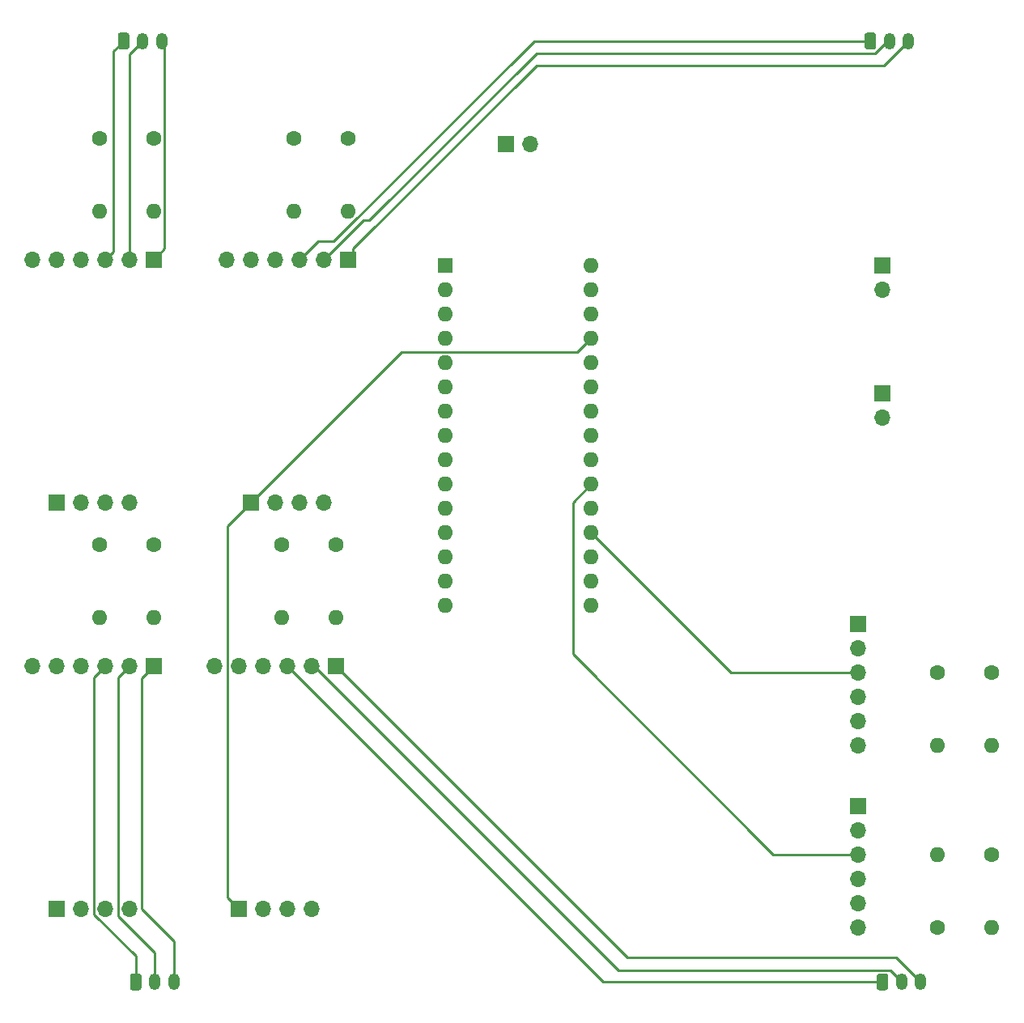
<source format=gbr>
%TF.GenerationSoftware,KiCad,Pcbnew,(5.1.9)-1*%
%TF.CreationDate,2022-01-30T23:42:19-06:00*%
%TF.ProjectId,V2_load_cell,56325f6c-6f61-4645-9f63-656c6c2e6b69,rev?*%
%TF.SameCoordinates,Original*%
%TF.FileFunction,Copper,L2,Bot*%
%TF.FilePolarity,Positive*%
%FSLAX46Y46*%
G04 Gerber Fmt 4.6, Leading zero omitted, Abs format (unit mm)*
G04 Created by KiCad (PCBNEW (5.1.9)-1) date 2022-01-30 23:42:19*
%MOMM*%
%LPD*%
G01*
G04 APERTURE LIST*
%TA.AperFunction,ComponentPad*%
%ADD10O,1.700000X1.700000*%
%TD*%
%TA.AperFunction,ComponentPad*%
%ADD11R,1.700000X1.700000*%
%TD*%
%TA.AperFunction,ComponentPad*%
%ADD12O,1.600000X1.600000*%
%TD*%
%TA.AperFunction,ComponentPad*%
%ADD13R,1.600000X1.600000*%
%TD*%
%TA.AperFunction,ComponentPad*%
%ADD14O,1.200000X1.750000*%
%TD*%
%TA.AperFunction,ComponentPad*%
%ADD15C,1.600000*%
%TD*%
%TA.AperFunction,Conductor*%
%ADD16C,0.250000*%
%TD*%
G04 APERTURE END LIST*
D10*
%TO.P,SW1,2*%
%TO.N,/VIN*%
X107315000Y-46990000D03*
D11*
%TO.P,SW1,1*%
%TO.N,BAT*%
X107315000Y-44450000D03*
%TD*%
D10*
%TO.P,D1,2*%
%TO.N,/ST*%
X107315000Y-60325000D03*
D11*
%TO.P,D1,1*%
%TO.N,GND*%
X107315000Y-57785000D03*
%TD*%
D12*
%TO.P,A1,16*%
%TO.N,Net-(A1-Pad16)*%
X76835000Y-80010000D03*
%TO.P,A1,15*%
%TO.N,Net-(A1-Pad15)*%
X61595000Y-80010000D03*
%TO.P,A1,30*%
%TO.N,/VIN*%
X76835000Y-44450000D03*
%TO.P,A1,14*%
%TO.N,Net-(A1-Pad14)*%
X61595000Y-77470000D03*
%TO.P,A1,29*%
%TO.N,GND*%
X76835000Y-46990000D03*
%TO.P,A1,13*%
%TO.N,Net-(A1-Pad13)*%
X61595000Y-74930000D03*
%TO.P,A1,28*%
%TO.N,Net-(A1-Pad28)*%
X76835000Y-49530000D03*
%TO.P,A1,12*%
%TO.N,/SCK3*%
X61595000Y-72390000D03*
%TO.P,A1,27*%
%TO.N,VCC*%
X76835000Y-52070000D03*
%TO.P,A1,11*%
%TO.N,/DT3*%
X61595000Y-69850000D03*
%TO.P,A1,26*%
%TO.N,Net-(A1-Pad26)*%
X76835000Y-54610000D03*
%TO.P,A1,10*%
%TO.N,/SCK2*%
X61595000Y-67310000D03*
%TO.P,A1,25*%
%TO.N,Net-(A1-Pad25)*%
X76835000Y-57150000D03*
%TO.P,A1,9*%
%TO.N,/DT2*%
X61595000Y-64770000D03*
%TO.P,A1,24*%
%TO.N,Net-(A1-Pad24)*%
X76835000Y-59690000D03*
%TO.P,A1,8*%
%TO.N,/SCK1*%
X61595000Y-62230000D03*
%TO.P,A1,23*%
%TO.N,/ST*%
X76835000Y-62230000D03*
%TO.P,A1,7*%
%TO.N,/DT1*%
X61595000Y-59690000D03*
%TO.P,A1,22*%
%TO.N,/A3*%
X76835000Y-64770000D03*
%TO.P,A1,6*%
%TO.N,/SCK0*%
X61595000Y-57150000D03*
%TO.P,A1,21*%
%TO.N,/TX1*%
X76835000Y-67310000D03*
%TO.P,A1,5*%
%TO.N,/DT0*%
X61595000Y-54610000D03*
%TO.P,A1,20*%
%TO.N,/A1*%
X76835000Y-69850000D03*
%TO.P,A1,4*%
%TO.N,GND*%
X61595000Y-52070000D03*
%TO.P,A1,19*%
%TO.N,/TX0*%
X76835000Y-72390000D03*
%TO.P,A1,3*%
%TO.N,Net-(A1-Pad3)*%
X61595000Y-49530000D03*
%TO.P,A1,18*%
%TO.N,Net-(A1-Pad18)*%
X76835000Y-74930000D03*
%TO.P,A1,2*%
%TO.N,Net-(A1-Pad2)*%
X61595000Y-46990000D03*
%TO.P,A1,17*%
%TO.N,Net-(A1-Pad17)*%
X76835000Y-77470000D03*
D13*
%TO.P,A1,1*%
%TO.N,Net-(A1-Pad1)*%
X61595000Y-44450000D03*
%TD*%
%TO.P,J9,1*%
%TO.N,/A+3*%
%TA.AperFunction,ComponentPad*%
G36*
G01*
X106715000Y-120005001D02*
X106715000Y-118754999D01*
G75*
G02*
X106964999Y-118505000I249999J0D01*
G01*
X107665001Y-118505000D01*
G75*
G02*
X107915000Y-118754999I0J-249999D01*
G01*
X107915000Y-120005001D01*
G75*
G02*
X107665001Y-120255000I-249999J0D01*
G01*
X106964999Y-120255000D01*
G75*
G02*
X106715000Y-120005001I0J249999D01*
G01*
G37*
%TD.AperFunction*%
D14*
%TO.P,J9,2*%
%TO.N,/E-3*%
X109315000Y-119380000D03*
%TO.P,J9,3*%
%TO.N,/E+3*%
X111315000Y-119380000D03*
%TD*%
%TO.P,J8,3*%
%TO.N,/E+2*%
X33210000Y-119380000D03*
%TO.P,J8,2*%
%TO.N,/E-2*%
X31210000Y-119380000D03*
%TO.P,J8,1*%
%TO.N,/A+2*%
%TA.AperFunction,ComponentPad*%
G36*
G01*
X28610000Y-120005001D02*
X28610000Y-118754999D01*
G75*
G02*
X28859999Y-118505000I249999J0D01*
G01*
X29560001Y-118505000D01*
G75*
G02*
X29810000Y-118754999I0J-249999D01*
G01*
X29810000Y-120005001D01*
G75*
G02*
X29560001Y-120255000I-249999J0D01*
G01*
X28859999Y-120255000D01*
G75*
G02*
X28610000Y-120005001I0J249999D01*
G01*
G37*
%TD.AperFunction*%
%TD*%
D11*
%TO.P,J16,1*%
%TO.N,/E+3*%
X50165000Y-86360000D03*
D10*
%TO.P,J16,2*%
%TO.N,/E-3*%
X47625000Y-86360000D03*
%TO.P,J16,3*%
%TO.N,/A+3*%
X45085000Y-86360000D03*
%TO.P,J16,4*%
%TO.N,/sheet61D4FC90/A-*%
X42545000Y-86360000D03*
%TO.P,J16,5*%
%TO.N,Net-(J16-Pad5)*%
X40005000Y-86360000D03*
%TO.P,J16,6*%
%TO.N,Net-(J16-Pad6)*%
X37465000Y-86360000D03*
%TD*%
D15*
%TO.P,R12,1*%
%TO.N,GND*%
X113030000Y-113665000D03*
D12*
%TO.P,R12,2*%
%TO.N,/RX1*%
X113030000Y-106045000D03*
%TD*%
D15*
%TO.P,R11,1*%
%TO.N,/RX0*%
X113030000Y-86995000D03*
D12*
%TO.P,R11,2*%
%TO.N,GND*%
X113030000Y-94615000D03*
%TD*%
D15*
%TO.P,R10,1*%
%TO.N,/RX1*%
X118745000Y-106045000D03*
D12*
%TO.P,R10,2*%
%TO.N,/A3*%
X118745000Y-113665000D03*
%TD*%
D15*
%TO.P,R9,1*%
%TO.N,/RX0*%
X118745000Y-86995000D03*
D12*
%TO.P,R9,2*%
%TO.N,/A1*%
X118745000Y-94615000D03*
%TD*%
D11*
%TO.P,J1,1*%
%TO.N,BAT*%
X67945000Y-31750000D03*
D10*
%TO.P,J1,2*%
%TO.N,GND*%
X70485000Y-31750000D03*
%TD*%
%TO.P,J2,6*%
%TO.N,Net-(J2-Pad6)*%
X104775000Y-94615000D03*
%TO.P,J2,5*%
%TO.N,VCC*%
X104775000Y-92075000D03*
%TO.P,J2,4*%
%TO.N,GND*%
X104775000Y-89535000D03*
%TO.P,J2,3*%
%TO.N,/TX0*%
X104775000Y-86995000D03*
%TO.P,J2,2*%
%TO.N,/RX0*%
X104775000Y-84455000D03*
D11*
%TO.P,J2,1*%
%TO.N,Net-(J2-Pad1)*%
X104775000Y-81915000D03*
%TD*%
%TO.P,J3,1*%
%TO.N,Net-(J3-Pad1)*%
X104775000Y-100965000D03*
D10*
%TO.P,J3,2*%
%TO.N,/RX1*%
X104775000Y-103505000D03*
%TO.P,J3,3*%
%TO.N,/TX1*%
X104775000Y-106045000D03*
%TO.P,J3,4*%
%TO.N,GND*%
X104775000Y-108585000D03*
%TO.P,J3,5*%
%TO.N,VCC*%
X104775000Y-111125000D03*
%TO.P,J3,6*%
%TO.N,Net-(J3-Pad6)*%
X104775000Y-113665000D03*
%TD*%
D14*
%TO.P,J6,3*%
%TO.N,/E+0*%
X31940000Y-20955000D03*
%TO.P,J6,2*%
%TO.N,/E-0*%
X29940000Y-20955000D03*
%TO.P,J6,1*%
%TO.N,/A+0*%
%TA.AperFunction,ComponentPad*%
G36*
G01*
X27340000Y-21580001D02*
X27340000Y-20329999D01*
G75*
G02*
X27589999Y-20080000I249999J0D01*
G01*
X28290001Y-20080000D01*
G75*
G02*
X28540000Y-20329999I0J-249999D01*
G01*
X28540000Y-21580001D01*
G75*
G02*
X28290001Y-21830000I-249999J0D01*
G01*
X27589999Y-21830000D01*
G75*
G02*
X27340000Y-21580001I0J249999D01*
G01*
G37*
%TD.AperFunction*%
%TD*%
%TO.P,J7,1*%
%TO.N,/A+1*%
%TA.AperFunction,ComponentPad*%
G36*
G01*
X105445000Y-21580001D02*
X105445000Y-20329999D01*
G75*
G02*
X105694999Y-20080000I249999J0D01*
G01*
X106395001Y-20080000D01*
G75*
G02*
X106645000Y-20329999I0J-249999D01*
G01*
X106645000Y-21580001D01*
G75*
G02*
X106395001Y-21830000I-249999J0D01*
G01*
X105694999Y-21830000D01*
G75*
G02*
X105445000Y-21580001I0J249999D01*
G01*
G37*
%TD.AperFunction*%
%TO.P,J7,2*%
%TO.N,/E-1*%
X108045000Y-20955000D03*
%TO.P,J7,3*%
%TO.N,/E+1*%
X110045000Y-20955000D03*
%TD*%
D10*
%TO.P,J10,6*%
%TO.N,Net-(#U1-PadB+)*%
X18415000Y-43815000D03*
%TO.P,J10,5*%
%TO.N,Net-(#U1-PadB)*%
X20955000Y-43815000D03*
%TO.P,J10,4*%
%TO.N,/Sheet61D3CBFB/A-*%
X23495000Y-43815000D03*
%TO.P,J10,3*%
%TO.N,/A+0*%
X26035000Y-43815000D03*
%TO.P,J10,2*%
%TO.N,/E-0*%
X28575000Y-43815000D03*
D11*
%TO.P,J10,1*%
%TO.N,/E+0*%
X31115000Y-43815000D03*
%TD*%
D10*
%TO.P,J11,4*%
%TO.N,GND*%
X28575000Y-69215000D03*
%TO.P,J11,3*%
%TO.N,/SCK0*%
X26035000Y-69215000D03*
%TO.P,J11,2*%
%TO.N,/DT0*%
X23495000Y-69215000D03*
D11*
%TO.P,J11,1*%
%TO.N,VCC*%
X20955000Y-69215000D03*
%TD*%
%TO.P,J12,1*%
%TO.N,/E+1*%
X51435000Y-43815000D03*
D10*
%TO.P,J12,2*%
%TO.N,/E-1*%
X48895000Y-43815000D03*
%TO.P,J12,3*%
%TO.N,/A+1*%
X46355000Y-43815000D03*
%TO.P,J12,4*%
%TO.N,/sheet61D4E250/A-*%
X43815000Y-43815000D03*
%TO.P,J12,5*%
%TO.N,Net-(J12-Pad5)*%
X41275000Y-43815000D03*
%TO.P,J12,6*%
%TO.N,Net-(J12-Pad6)*%
X38735000Y-43815000D03*
%TD*%
D11*
%TO.P,J13,1*%
%TO.N,VCC*%
X41275000Y-69215000D03*
D10*
%TO.P,J13,2*%
%TO.N,/DT1*%
X43815000Y-69215000D03*
%TO.P,J13,3*%
%TO.N,/SCK1*%
X46355000Y-69215000D03*
%TO.P,J13,4*%
%TO.N,GND*%
X48895000Y-69215000D03*
%TD*%
%TO.P,J14,6*%
%TO.N,Net-(J14-Pad6)*%
X18415000Y-86360000D03*
%TO.P,J14,5*%
%TO.N,Net-(J14-Pad5)*%
X20955000Y-86360000D03*
%TO.P,J14,4*%
%TO.N,/sheet61D4EE5D/A-*%
X23495000Y-86360000D03*
%TO.P,J14,3*%
%TO.N,/A+2*%
X26035000Y-86360000D03*
%TO.P,J14,2*%
%TO.N,/E-2*%
X28575000Y-86360000D03*
D11*
%TO.P,J14,1*%
%TO.N,/E+2*%
X31115000Y-86360000D03*
%TD*%
%TO.P,J15,1*%
%TO.N,VCC*%
X20955000Y-111760000D03*
D10*
%TO.P,J15,2*%
%TO.N,/DT2*%
X23495000Y-111760000D03*
%TO.P,J15,3*%
%TO.N,/SCK2*%
X26035000Y-111760000D03*
%TO.P,J15,4*%
%TO.N,GND*%
X28575000Y-111760000D03*
%TD*%
%TO.P,J17,4*%
%TO.N,GND*%
X47625000Y-111760000D03*
%TO.P,J17,3*%
%TO.N,/SCK3*%
X45085000Y-111760000D03*
%TO.P,J17,2*%
%TO.N,/DT3*%
X42545000Y-111760000D03*
D11*
%TO.P,J17,1*%
%TO.N,VCC*%
X40005000Y-111760000D03*
%TD*%
D15*
%TO.P,R1,1*%
%TO.N,/Sheet61D3CBFB/A-*%
X25400000Y-31115000D03*
D12*
%TO.P,R1,2*%
%TO.N,/E-0*%
X25400000Y-38735000D03*
%TD*%
%TO.P,R2,2*%
%TO.N,/E+0*%
X31115000Y-38735000D03*
D15*
%TO.P,R2,1*%
%TO.N,/Sheet61D3CBFB/A-*%
X31115000Y-31115000D03*
%TD*%
%TO.P,R3,1*%
%TO.N,/sheet61D4E250/A-*%
X45720000Y-31115000D03*
D12*
%TO.P,R3,2*%
%TO.N,/E-1*%
X45720000Y-38735000D03*
%TD*%
%TO.P,R4,2*%
%TO.N,/E+1*%
X51435000Y-38735000D03*
D15*
%TO.P,R4,1*%
%TO.N,/sheet61D4E250/A-*%
X51435000Y-31115000D03*
%TD*%
D12*
%TO.P,R5,2*%
%TO.N,/E-2*%
X25400000Y-81280000D03*
D15*
%TO.P,R5,1*%
%TO.N,/sheet61D4EE5D/A-*%
X25400000Y-73660000D03*
%TD*%
%TO.P,R6,1*%
%TO.N,/sheet61D4EE5D/A-*%
X31115000Y-73660000D03*
D12*
%TO.P,R6,2*%
%TO.N,/E+2*%
X31115000Y-81280000D03*
%TD*%
%TO.P,R7,2*%
%TO.N,/E-3*%
X44450000Y-81280000D03*
D15*
%TO.P,R7,1*%
%TO.N,/sheet61D4FC90/A-*%
X44450000Y-73660000D03*
%TD*%
%TO.P,R8,1*%
%TO.N,/sheet61D4FC90/A-*%
X50165000Y-73660000D03*
D12*
%TO.P,R8,2*%
%TO.N,/E+3*%
X50165000Y-81280000D03*
%TD*%
D16*
%TO.N,VCC*%
X41180001Y-69309999D02*
X41275000Y-69215000D01*
X41275000Y-69215000D02*
X57005001Y-53484999D01*
X38829999Y-71660001D02*
X41275000Y-69215000D01*
X38829999Y-110584999D02*
X38829999Y-71660001D01*
X40005000Y-111760000D02*
X38829999Y-110584999D01*
X75420001Y-53484999D02*
X76835000Y-52070000D01*
X57005001Y-53484999D02*
X75420001Y-53484999D01*
%TO.N,/E+0*%
X32240001Y-21255001D02*
X31940000Y-20955000D01*
X32240001Y-42689999D02*
X32240001Y-21255001D01*
X31115000Y-43815000D02*
X32240001Y-42689999D01*
%TO.N,/E-0*%
X28575000Y-22320000D02*
X29940000Y-20955000D01*
X28575000Y-43815000D02*
X28575000Y-22320000D01*
%TO.N,/A+0*%
X26884999Y-22010001D02*
X27940000Y-20955000D01*
X26884999Y-42965001D02*
X26884999Y-22010001D01*
X26035000Y-43815000D02*
X26884999Y-42965001D01*
%TO.N,/A+1*%
X48260000Y-41910000D02*
X46355000Y-43815000D01*
X49925002Y-41910000D02*
X48260000Y-41910000D01*
X70880002Y-20955000D02*
X49925002Y-41910000D01*
X106045000Y-20955000D02*
X70880002Y-20955000D01*
%TO.N,/E-1*%
X53645012Y-39699988D02*
X71120000Y-22225000D01*
X53010012Y-39699988D02*
X53645012Y-39699988D01*
X48895000Y-43815000D02*
X53010012Y-39699988D01*
X107833190Y-20955000D02*
X108045000Y-20955000D01*
X106563190Y-22225000D02*
X107833190Y-20955000D01*
X71120000Y-22225000D02*
X106563190Y-22225000D01*
%TO.N,/E+1*%
X51925001Y-43324999D02*
X51925001Y-42689999D01*
X51435000Y-43815000D02*
X51925001Y-43324999D01*
X51925001Y-42689999D02*
X71120000Y-23495000D01*
X107505000Y-23495000D02*
X110045000Y-20955000D01*
X71120000Y-23495000D02*
X107505000Y-23495000D01*
%TO.N,/E+2*%
X29845000Y-111760000D02*
X33210000Y-115125000D01*
X33210000Y-115125000D02*
X33210000Y-119380000D01*
X29845000Y-87630000D02*
X29845000Y-111760000D01*
X31115000Y-86360000D02*
X29845000Y-87630000D01*
%TO.N,/E-2*%
X28575000Y-86360000D02*
X27399999Y-87535001D01*
X31210000Y-119380000D02*
X31210000Y-116300000D01*
X27399999Y-112489999D02*
X27399999Y-87535001D01*
X31210000Y-116300000D02*
X27399999Y-112489999D01*
%TO.N,/A+2*%
X29210000Y-116674002D02*
X29210000Y-119380000D01*
X24859999Y-112324001D02*
X29210000Y-116674002D01*
X24859999Y-87535001D02*
X24859999Y-112324001D01*
X26035000Y-86360000D02*
X24859999Y-87535001D01*
%TO.N,/A+3*%
X78105000Y-119380000D02*
X78740000Y-119380000D01*
X45085000Y-86360000D02*
X78105000Y-119380000D01*
X107315000Y-119380000D02*
X78105000Y-119380000D01*
%TO.N,/E-3*%
X109103190Y-119380000D02*
X109315000Y-119380000D01*
X109315000Y-119380000D02*
X108114990Y-118179990D01*
X47879998Y-86360000D02*
X47625000Y-86360000D01*
X79699988Y-118179990D02*
X47879998Y-86360000D01*
X108114990Y-118179990D02*
X79699988Y-118179990D01*
%TO.N,/E+3*%
X108775000Y-116840000D02*
X111315000Y-119380000D01*
X80645000Y-116840000D02*
X50165000Y-86360000D01*
X108775000Y-116840000D02*
X80645000Y-116840000D01*
%TO.N,/TX1*%
X74930000Y-69215000D02*
X76835000Y-67310000D01*
X74930000Y-85090000D02*
X74930000Y-69215000D01*
X95885000Y-106045000D02*
X74930000Y-85090000D01*
X104775000Y-106045000D02*
X95885000Y-106045000D01*
%TO.N,/TX0*%
X81915000Y-77470000D02*
X91440000Y-86995000D01*
X104775000Y-86995000D02*
X91440000Y-86995000D01*
X82059999Y-77614999D02*
X81915000Y-77470000D01*
X81915000Y-77470000D02*
X76835000Y-72390000D01*
%TD*%
M02*

</source>
